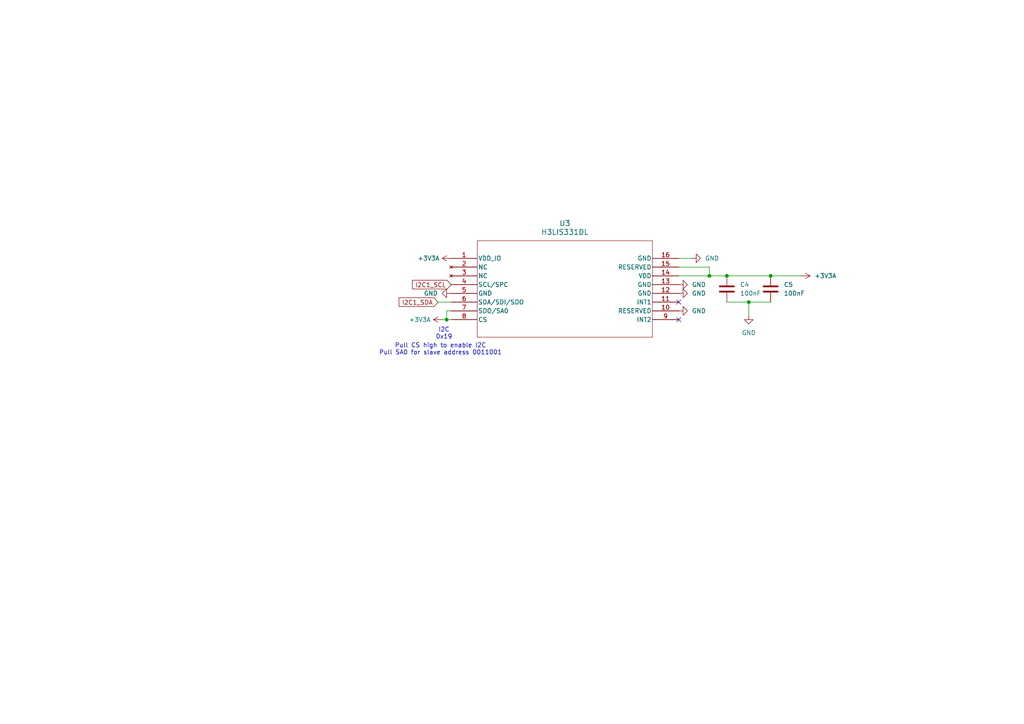
<source format=kicad_sch>
(kicad_sch (version 20250114) (generator "eeschema") (generator_version "9.0")
  (paper "A4")
  (lib_symbols
    (symbol "Device:C" (pin_numbers (hide yes)) (pin_names (offset 0.254))
      (property "Reference" "C" (at 0.635 2.54 0))
      (property "Value" "C" (at 0.635 -2.54 0))
      (symbol "C_0_1"
        (polyline (pts (xy -2.032 0.762) (xy 2.032 0.762)) (stroke (width 0.508)))
        (polyline (pts (xy -2.032 -0.762) (xy 2.032 -0.762)) (stroke (width 0.508)))
      )
      (symbol "C_1_1"
        (pin passive line (at 0 3.81 270) (length 2.794) (name "~") (number "1"))
        (pin passive line (at 0 -3.81 90) (length 2.794) (name "~") (number "2"))
      )
    )
    (symbol "H3LIS331DL:H3LIS331DL" (pin_names (offset 0.254))
      (property "Reference" "U" (at 33.02 10.16 0))
      (property "Value" "H3LIS331DL" (at 33.02 7.62 0))
      (symbol "H3LIS331DL_0_1"
        (polyline (pts (xy 7.62 5.08) (xy 7.62 -22.86)) (stroke (width 0.127)))
        (polyline (pts (xy 7.62 -22.86) (xy 58.42 -22.86)) (stroke (width 0.127)))
        (polyline (pts (xy 58.42 5.08) (xy 7.62 5.08)) (stroke (width 0.127)))
        (polyline (pts (xy 58.42 -22.86) (xy 58.42 5.08)) (stroke (width 0.127)))
        (pin power_in line (at 0 0 0) (length 7.62) (name "VDD_IO") (number "1"))
        (pin no_connect line (at 0 -2.54 0) (length 7.62) (name "NC") (number "2"))
        (pin no_connect line (at 0 -5.08 0) (length 7.62) (name "NC") (number "3"))
        (pin bidirectional line (at 0 -7.62 0) (length 7.62) (name "SCL/SPC") (number "4"))
        (pin power_out line (at 0 -10.16 0) (length 7.62) (name "GND") (number "5"))
        (pin bidirectional line (at 0 -12.7 0) (length 7.62) (name "SDA/SDI/SDO") (number "6"))
        (pin bidirectional line (at 0 -15.24 0) (length 7.62) (name "SDO/SA0") (number "7"))
        (pin input line (at 0 -17.78 0) (length 7.62) (name "CS") (number "8"))
        (pin power_out line (at 66.04 0 180) (length 7.62) (name "GND") (number "16"))
        (pin power_out line (at 66.04 -2.54 180) (length 7.62) (name "RESERVED") (number "15"))
        (pin power_in line (at 66.04 -5.08 180) (length 7.62) (name "VDD") (number "14"))
        (pin power_out line (at 66.04 -7.62 180) (length 7.62) (name "GND") (number "13"))
        (pin power_out line (at 66.04 -10.16 180) (length 7.62) (name "GND") (number "12"))
        (pin output line (at 66.04 -12.7 180) (length 7.62) (name "INT1") (number "11"))
        (pin power_out line (at 66.04 -15.24 180) (length 7.62) (name "RESERVED") (number "10"))
        (pin output line (at 66.04 -17.78 180) (length 7.62) (name "INT2") (number "9"))
      )
    )
    (symbol "power:+3V3" (power) (pin_numbers (hide yes)) (pin_names (offset 0) (hide yes))
      (property "Value" "+3V3" (at 0 3.556 0))
      (symbol "+3V3_0_1"
        (polyline (pts (xy -0.762 1.27) (xy 0 2.54)))
        (polyline (pts (xy 0 2.54) (xy 0.762 1.27)))
        (polyline (pts (xy 0 0) (xy 0 2.54)))
      )
      (symbol "+3V3_1_1"
        (pin power_in line (at 0 0 90) (length 0) (name "~") (number "1"))
      )
    )
    (symbol "power:GND" (power) (pin_numbers (hide yes)) (pin_names (offset 0) (hide yes))
      (property "Value" "GND" (at 0 -3.81 0))
      (symbol "GND_0_1"
        (polyline (pts (xy 0 0) (xy 0 -1.27) (xy 1.27 -1.27) (xy 0 -2.54) (xy -1.27 -1.27) (xy 0 -1.27)))
      )
      (symbol "GND_1_1"
        (pin power_in line (at 0 0 270) (length 0) (name "~") (number "1"))
      )
    )
  )
  (text "I2C\n0x19" (at 128.778 96.774 0) (effects (font (size 1.27 1.27))))
  (text "Pull CS high to enable I2C\nPull SA0 for slave address 0011001" (at 127.762 101.346 0) (effects (font (size 1.27 1.27))))
  (junction (at 210.82 80.01))
  (junction (at 223.52 80.01))
  (junction (at 205.74 80.01))
  (junction (at 217.17 87.63))
  (junction (at 129.54 92.71))
  (no_connect (at 196.85 87.63))
  (no_connect (at 196.85 92.71))
  (wire (pts (xy 210.82 80.01) (xy 223.52 80.01)))
  (wire (pts (xy 196.85 80.01) (xy 205.74 80.01)))
  (wire (pts (xy 196.85 74.93) (xy 200.66 74.93)))
  (wire (pts (xy 130.81 90.17) (xy 129.54 90.17)))
  (wire (pts (xy 128.27 92.71) (xy 129.54 92.71)))
  (wire (pts (xy 210.82 87.63) (xy 217.17 87.63)))
  (wire (pts (xy 217.17 87.63) (xy 217.17 91.44)))
  (wire (pts (xy 205.74 80.01) (xy 210.82 80.01)))
  (wire (pts (xy 205.74 77.47) (xy 205.74 80.01)))
  (wire (pts (xy 129.54 90.17) (xy 129.54 92.71)))
  (wire (pts (xy 223.52 80.01) (xy 232.41 80.01)))
  (wire (pts (xy 127 87.63) (xy 130.81 87.63)))
  (wire (pts (xy 217.17 87.63) (xy 223.52 87.63)))
  (wire (pts (xy 129.54 92.71) (xy 130.81 92.71)))
  (wire (pts (xy 196.85 77.47) (xy 205.74 77.47)))
  (global_label "I2C1_SCL" (shape input) (at 130.81 82.55 180) (property "Intersheetrefs" "${INTERSHEET_REFS}" (effects (hide yes))))
  (global_label "I2C1_SDA" (shape input) (at 127 87.63 180) (property "Intersheetrefs" "${INTERSHEET_REFS}" (effects (hide yes))))
  (symbol (lib_id "Device:C") (at 223.52 83.82 0) (unit 1)
    (property "Reference" "C5" (at 227.33 82.5499 0) (effects (justify left)))
    (property "Value" "100nF" (at 227.33 85.0899 0) (effects (justify left)))
    (property "Footprint" "Capacitor_SMD:C_0603_1608Metric_Pad1.08x0.95mm_HandSolder" (effects (hide yes)))
    (property "Description" "Unpolarized capacitor" (effects (hide yes)))
  )
  (symbol (lib_id "H3LIS331DL:H3LIS331DL") (at 130.81 74.93 0) (unit 1)
    (property "Reference" "U3" (at 163.83 64.77 0) (effects (font (size 1.524 1.524))))
    (property "Value" "H3LIS331DL" (at 163.83 67.31 0) (effects (font (size 1.524 1.524))))
    (property "Footprint" "H3LIS331DL:TFLGA16_3X3X1_STM" (effects (hide yes)))
    (property "Datasheet" "https://www.st.com/resource/en/datasheet/h3lis331dl.pdf" (effects (hide yes)))
  )
  (symbol (lib_id "power:+3V3") (at 130.81 74.93 90) (unit 1)
    (property "Reference" "#PWR032" (effects (hide yes)))
    (property "Value" "+3V3A" (at 127.508 74.93 90) (effects (justify left)))
    (property "Description" "Power symbol creates a global label with name \"+3V3\"" (effects (hide yes)))
  )
  (symbol (lib_id "power:GND") (at 196.85 82.55 90) (unit 1)
    (property "Reference" "#PWR085" (effects (hide yes)))
    (property "Value" "GND" (at 200.66 82.5499 90) (effects (justify right)))
    (property "Description" "Power symbol creates a global label with name \"GND\" , ground" (effects (hide yes)))
  )
  (symbol (lib_id "power:GND") (at 196.85 90.17 90) (unit 1)
    (property "Reference" "#PWR088" (effects (hide yes)))
    (property "Value" "GND" (at 200.66 90.1699 90) (effects (justify right)))
    (property "Description" "Power symbol creates a global label with name \"GND\" , ground" (effects (hide yes)))
  )
  (symbol (lib_id "power:GND") (at 217.17 91.44 0) (unit 1)
    (property "Reference" "#PWR030" (effects (hide yes)))
    (property "Value" "GND" (at 217.17 96.52 0))
    (property "Description" "Power symbol creates a global label with name \"GND\" , ground" (effects (hide yes)))
  )
  (symbol (lib_id "power:GND") (at 200.66 74.93 90) (unit 1)
    (property "Reference" "#PWR086" (effects (hide yes)))
    (property "Value" "GND" (at 204.47 74.9299 90) (effects (justify right)))
    (property "Description" "Power symbol creates a global label with name \"GND\" , ground" (effects (hide yes)))
  )
  (symbol (lib_id "power:+3V3") (at 128.27 92.71 90) (unit 1)
    (property "Reference" "#PWR087" (effects (hide yes)))
    (property "Value" "+3V3A" (at 124.968 92.71 90) (effects (justify left)))
    (property "Description" "Power symbol creates a global label with name \"+3V3\"" (effects (hide yes)))
  )
  (symbol (lib_id "power:GND") (at 130.81 85.09 270) (unit 1)
    (property "Reference" "#PWR033" (effects (hide yes)))
    (property "Value" "GND" (at 127 85.0899 90) (effects (justify right)))
    (property "Description" "Power symbol creates a global label with name \"GND\" , ground" (effects (hide yes)))
  )
  (symbol (lib_id "power:GND") (at 196.85 85.09 90) (unit 1)
    (property "Reference" "#PWR06" (effects (hide yes)))
    (property "Value" "GND" (at 200.66 85.0899 90) (effects (justify right)))
    (property "Description" "Power symbol creates a global label with name \"GND\" , ground" (effects (hide yes)))
  )
  (symbol (lib_id "Device:C") (at 210.82 83.82 0) (unit 1)
    (property "Reference" "C4" (at 214.63 82.5499 0) (effects (justify left)))
    (property "Value" "100nF" (at 214.63 85.0899 0) (effects (justify left)))
    (property "Footprint" "Capacitor_SMD:C_0603_1608Metric_Pad1.08x0.95mm_HandSolder" (effects (hide yes)))
    (property "Description" "Unpolarized capacitor" (effects (hide yes)))
  )
  (symbol (lib_id "power:+3V3") (at 232.41 80.01 270) (unit 1)
    (property "Reference" "#PWR031" (effects (hide yes)))
    (property "Value" "+3V3A" (at 236.22 80.0099 90) (effects (justify left)))
    (property "Description" "Power symbol creates a global label with name \"+3V3\"" (effects (hide yes)))
  )
)
</source>
